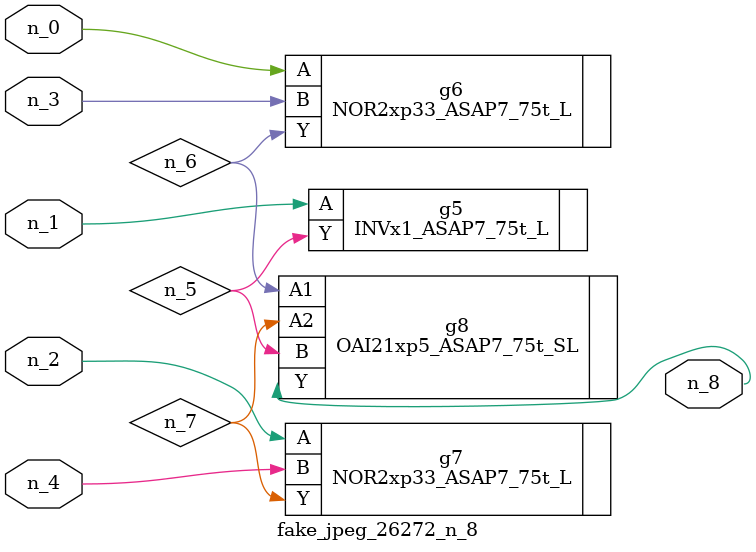
<source format=v>
module fake_jpeg_26272_n_8 (n_3, n_2, n_1, n_0, n_4, n_8);

input n_3;
input n_2;
input n_1;
input n_0;
input n_4;

output n_8;

wire n_6;
wire n_5;
wire n_7;

INVx1_ASAP7_75t_L g5 ( 
.A(n_1),
.Y(n_5)
);

NOR2xp33_ASAP7_75t_L g6 ( 
.A(n_0),
.B(n_3),
.Y(n_6)
);

NOR2xp33_ASAP7_75t_L g7 ( 
.A(n_2),
.B(n_4),
.Y(n_7)
);

OAI21xp5_ASAP7_75t_SL g8 ( 
.A1(n_6),
.A2(n_7),
.B(n_5),
.Y(n_8)
);


endmodule
</source>
